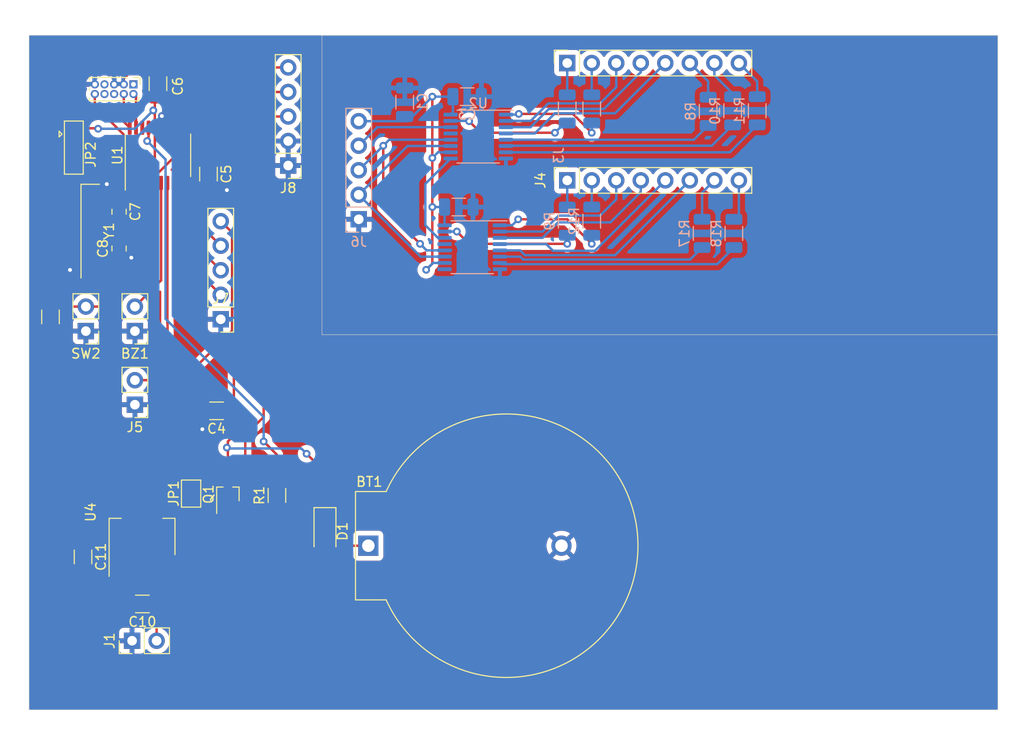
<source format=kicad_pcb>
(kicad_pcb (version 20221018) (generator pcbnew)
  (layers (0 "F.Cu" signal) (31 "B.Cu" signal) (34 "B.Paste" user) (35 "F.Paste" user) (36 "B.SilkS" user "B.Silkscreen") (37 "F.SilkS" user "F.Silkscreen") (38 "B.Mask" user) (39 "F.Mask" user) (44 "Edge.Cuts" user))
  (net 0 "")
  (net 1 "Alarm")
  (net 2 "GND")
  (net 3 "+5V")
  (net 4 "+BATT")
  (net 5 "OSC_IN")
  (net 6 "NRST")
  (net 7 "+3.3V")
  (net 8 "Net-(BT1-+)")
  (net 9 "+3V3")
  (net 10 "SWDIO")
  (net 11 "SWCLK")
  (net 15 "Net-(J3-Pin_1)")
  (net 16 "Net-(J3-Pin_2)")
  (net 17 "Net-(J3-Pin_3)")
  (net 18 "Net-(J3-Pin_4)")
  (net 19 "Net-(J3-Pin_5)")
  (net 20 "Net-(J3-Pin_6)")
  (net 21 "Net-(J3-Pin_7)")
  (net 22 "Net-(J3-Pin_8)")
  (net 23 "Net-(J4-Pin_1)")
  (net 24 "Net-(J4-Pin_2)")
  (net 25 "Net-(J4-Pin_3)")
  (net 26 "Net-(J4-Pin_4)")
  (net 27 "Net-(J4-Pin_5)")
  (net 28 "Net-(J4-Pin_6)")
  (net 29 "Net-(J4-Pin_7)")
  (net 30 "Net-(J4-Pin_8)")
  (net 31 "BOOT0")
  (net 32 "Net-(Q1-G)")
  (net 33 "Vbat_enable")
  (net 34 "OSC_OUT")
  (net 35 "Net-(U2-QA)")
  (net 36 "Net-(U2-QB)")
  (net 37 "Net-(U2-QF)")
  (net 38 "Net-(U3-QA)")
  (net 39 "Net-(U2-QG)")
  (net 40 "Net-(U2-QH)")
  (net 41 "Net-(U3-QB)")
  (net 42 "Net-(U3-QG)")
  (net 43 "Net-(U3-QH)")
  (net 44 "Mute_button")
  (net 45 "SHIFT_IN")
  (net 46 "SRCLK")
  (net 47 "RCLK")
  (net 49 "Rotary_A")
  (net 50 "Rotary_B")
  (net 51 "Switch_Encoder")
  (net 52 "SR_OVERFLOW")
  (net 53 "SRCLK_DIS")
  (net 54 "RCLK_DIS")
  (net 55 "SHIFT_IN_DIS")
  (footprint "Capacitor_SMD:C_1206_3216Metric" (layer "F.Cu") (at 76.2 94.23 -90)
    (fp_text reference "C5")
    (fp_text value "100nF" hide)
  )
  (footprint "Battery:BatteryHolder_ComfortableElectronic_CH273-2450_1x2450" (layer "F.Cu") (at 92.755914 132.715)
    (fp_text reference "BT1")
    (fp_text value "2450 coin")
  )
  (footprint "Connector_PinSocket_2.54mm:PinSocket_1x08_P2.54mm_Vertical" (layer "F.Cu") (at 113.35 94.88 90)
    (fp_text reference "J4")
    (fp_text value "SocketBottem")
  )
  (footprint "Capacitor_SMD:C_1206_3216Metric" (layer "F.Cu") (at 63.21 133.87 -90)
    (fp_text reference "C11")
    (fp_text value "1uF" hide)
  )
  (footprint "Connector_PinHeader_2.54mm:PinHeader_1x02_P2.54mm_Vertical" (layer "F.Cu") (at 68.58 110.49 180)
    (fp_text reference "BZ1")
    (fp_text value "Buzzer")
  )
  (footprint "Connector_PinHeader_2.54mm:PinHeader_1x05_P2.54mm_Vertical" (layer "F.Cu") (at 77.47 109.265 180)
    (fp_text reference "J7")
    (fp_text value "Conn_01x05" hide)
  )
  (footprint "Connector_PinHeader_1.00mm:PinHeader_2x05_P1.00mm_Vertical" (layer "F.Cu") (at 68.43 84.935 -90)
    (fp_text reference "J2" hide)
    (fp_text value "SWD")
  )
  (footprint "Connector_PinHeader_2.54mm:PinHeader_1x05_P2.54mm_Vertical" (layer "F.Cu") (at 84.455 93.345 180)
    (fp_text reference "J8")
    (fp_text value "RotaryEncoder")
  )
  (footprint "Jumper:SolderJumper-2_P1.3mm_Open_TrianglePad1.0x1.5mm" (layer "F.Cu") (at 74.4 127.315 90)
    (fp_text reference "JP1")
    (fp_text value "SolderJumper_2_Open" hide)
  )
  (footprint "Crystal:Crystal_SMD_SeikoEpson_MC146-4Pin_6.7x1.5mm_HandSoldering" (layer "F.Cu") (at 63.95 100.135 -90)
    (fp_text reference "Y1")
    (fp_text value "24MHz")
  )
  (footprint "Connector_PinSocket_2.54mm:PinSocket_1x08_P2.54mm_Vertical" (layer "F.Cu") (at 113.35 82.73 90)
    (fp_text reference "J3")
    (fp_text value "SocketTop")
  )
  (footprint "Package_TO_SOT_SMD:SOT-323_SC-70_Handsoldering" (layer "F.Cu") (at 78.21 127.375 90)
    (fp_text reference "Q1")
    (fp_text value "Backpower" hide)
  )
  (footprint "Connector_PinHeader_2.54mm:PinHeader_1x02_P2.54mm_Vertical" (layer "F.Cu") (at 68.29 142.555 90)
    (fp_text reference "J1")
    (fp_text value "Conn_01x02")
  )
  (footprint "Jumper:SolderJumper-3_P2.0mm_Open_TrianglePad1.0x1.5mm" (layer "F.Cu") (at 62.23 91.485 -90)
    (fp_text reference "JP2")
    (fp_text value "SolderJumper_BOOT0" hide)
  )
  (footprint "Capacitor_SMD:C_1206_3216Metric" (layer "F.Cu") (at 70.97 84.87 90)
    (fp_text reference "C6")
    (fp_text value "100nF")
  )
  (footprint "Package_TO_SOT_SMD:SOT-223-3_TabPin2" (layer "F.Cu") (at 69.32 131.785 90)
    (fp_text reference "U4")
    (fp_text value "AP2111H-3.3" hide)
  )
  (footprint "Capacitor_SMD:C_0805_2012Metric" (layer "F.Cu") (at 66.94 98.125 -90)
    (fp_text reference "C7")
    (fp_text value "12pF")
  )
  (footprint "Capacitor_SMD:C_1206_3216Metric" (layer "F.Cu") (at 77.04 118.745 180)
    (fp_text reference "C4")
    (fp_text value "4.7uF" hide)
  )
  (footprint "Connector_PinHeader_2.54mm:PinHeader_1x02_P2.54mm_Vertical" (layer "F.Cu") (at 68.58 118.11 180)
    (fp_text reference "J5")
    (fp_text value "Conn_01x02" hide)
  )
  (footprint "Capacitor_SMD:C_0805_2012Metric" (layer "F.Cu") (at 66.94 101.935 90)
    (fp_text reference "C8")
    (fp_text value "12pF")
  )
  (footprint "Capacitor_SMD:C_1206_3216Metric" (layer "F.Cu") (at 59.84 109.015 -90)
    (fp_text reference "C9" hide)
    (fp_text value "0.1uF")
  )
  (footprint "Resistor_SMD:R_1206_3216Metric" (layer "F.Cu") (at 83.29 127.5075 90)
    (fp_text reference "R1")
    (fp_text value "R_Small")
  )
  (footprint "Capacitor_SMD:C_1206_3216Metric" (layer "F.Cu") (at 69.355 138.745 180)
    (fp_text reference "C10")
    (fp_text value "1uF" hide)
  )
  (footprint "Diode_SMD:D_1206_3216Metric_Pad1.42x1.75mm_HandSolder" (layer "F.Cu") (at 88.265 131.2275 -90)
    (fp_text reference "D1")
    (fp_text value "D_Schottky_Small" hide)
  )
  (footprint "Connector_PinHeader_2.54mm:PinHeader_1x02_P2.54mm_Vertical" (layer "F.Cu") (at 63.5 110.49 180)
    (fp_text reference "SW2")
    (fp_text value "Reset")
  )
  (footprint "Package_SO:TSSOP-20_4.4x6.5mm_P0.65mm" (layer "F.Cu") (at 70.97 92.285 90)
    (fp_text reference "U1")
    (fp_text value "STM32L031F6P6")
  )
  (footprint "Resistor_SMD:R_1206_3216Metric" (layer "B.Cu") (at 130.485 87.6725 -90)
    (fp_text reference "R10")
    (fp_text value "R_Small")
  )
  (footprint "Capacitor_SMD:C_1206_3216Metric" (layer "B.Cu") (at 102.985 86.21)
    (fp_text reference "C3")
    (fp_text value "100nF")
  )
  (footprint "Package_SO:TSSOP-16_4.4x5mm_P0.65mm" (layer "B.Cu") (at 104.1375 90.345 180)
    (fp_text reference "U2")
    (fp_text value "74HCT595")
  )
  (footprint "Resistor_SMD:R_1206_3216Metric" (layer "B.Cu") (at 115.89 87.48 -90)
    (fp_text reference "R4" hide)
    (fp_text value "R_Small")
  )
  (footprint "Resistor_SMD:R_1206_3216Metric" (layer "B.Cu") (at 130.61 100.3725 -90)
    (fp_text reference "R18")
    (fp_text value "R_Small")
  )
  (footprint "Resistor_SMD:R_1206_3216Metric" (layer "B.Cu") (at 115.89 99.1025 -90)
    (fp_text reference "R12")
    (fp_text value "R_Small")
  )
  (footprint "Capacitor_SMD:C_1206_3216Metric" (layer "B.Cu") (at 96.52 86.79 90)
    (fp_text reference "C1")
    (fp_text value "4.7uF")
  )
  (footprint "Resistor_SMD:R_1206_3216Metric" (layer "B.Cu") (at 127.32 100.3725 -90)
    (fp_text reference "R17")
    (fp_text value "R_Small")
  )
  (footprint "Package_SO:TSSOP-16_4.4x5mm_P0.65mm" (layer "B.Cu") (at 103.5125 101.805 180)
    (fp_text reference "U3" hide)
    (fp_text value "74HCT595")
  )
  (footprint "Resistor_SMD:R_1206_3216Metric" (layer "B.Cu") (at 113.35 99.1025 -90)
    (fp_text reference "R9")
    (fp_text value "R_Small")
  )
  (footprint "Resistor_SMD:R_1206_3216Metric" (layer "B.Cu") (at 127.945 87.7325 -90)
    (fp_text reference "R8")
    (fp_text value "R_Small")
  )
  (footprint "Connector_PinHeader_2.54mm:PinHeader_1x05_P2.54mm_Vertical" (layer "B.Cu") (at 91.76 98.91)
    (fp_text reference "J6")
    (fp_text value "Conn_01x05")
  )
  (footprint "Capacitor_SMD:C_1206_3216Metric" (layer "B.Cu") (at 102.125 97.64)
    (fp_text reference "C2" hide)
    (fp_text value "100nF")
  )
  (footprint "Resistor_SMD:R_1206_3216Metric" (layer "B.Cu") (at 113.35 87.48 -90)
    (fp_text reference "R3" hide)
    (fp_text value "R_Small")
  )
  (footprint "Resistor_SMD:R_1206_3216Metric" (layer "B.Cu") (at 133.025 87.6725 -90)
    (fp_text reference "R11")
    (fp_text value "R_Small")
  )
  (gr_rect (start 57.62 79.86) (end 157.95 149.71) (stroke (width 0.05)) (fill none) (layer "Edge.Cuts"))
  (gr_rect (start 87.95 79.86) (end 157.95 110.86) (stroke (width 0.05)) (fill none) (layer "Edge.Cuts"))
  (segment (start 71.295 105.235) (end 68.58 107.95) (width 0.25) (layer "F.Cu") (net 1))
  (segment (start 71.295 95.1475) (end 71.295 105.235) (width 0.25) (layer "F.Cu") (net 1))
  (segment (start 71.295 89.4225) (end 71.17 89.2975) (width 0.25) (layer "F.Cu") (net 2))
  (segment (start 63.21 135.14) (end 63.415 134.935) (width 0.25) (layer "F.Cu") (net 2))
  (segment (start 71.17 89.2975) (end 71.17 88.608959) (width 0.25) (layer "F.Cu") (net 2))
  (segment (start 62.23 93.485) (end 63.89 93.485) (width 0.25) (layer "F.Cu") (net 2))
  (segment (start 67.8 102.885) (end 66.94 102.885) (width 0.25) (layer "F.Cu") (net 2))
  (segment (start 71.17 88.608959) (end 71.17 88.418394) (width 0.25) (layer "F.Cu") (net 2))
  (segment (start 63.5 103.735) (end 62.28 103.735) (width 0.25) (layer "F.Cu") (net 2))
  (segment (start 66.94 96.535) (end 65.67 95.265) (width 0.25) (layer "F.Cu") (net 2))
  (segment (start 68.36896 83.395) (end 67.43 84.33396) (width 0.25) (layer "F.Cu") (net 2))
  (segment (start 67.88 138.745) (end 68.29 139.155) (width 0.25) (layer "F.Cu") (net 2))
  (segment (start 71.17 88.418394) (end 71.3695 88.218894) (width 0.25) (layer "F.Cu") (net 2))
  (segment (start 64.4 96.535) (end 65.67 95.265) (width 0.25) (layer "F.Cu") (net 2))
  (segment (start 77.925 95.705) (end 78.105 95.885) (width 0.25) (layer "F.Cu") (net 2))
  (segment (start 66.94 97.175) (end 66.94 96.535) (width 0.25) (layer "F.Cu") (net 2))
  (segment (start 67.43 84.33396) (end 67.43 84.935) (width 0.25) (layer "F.Cu") (net 2))
  (segment (start 59.84 110.49) (end 63.5 110.49) (width 0.25) (layer "F.Cu") (net 2))
  (segment (start 62.28 103.735) (end 61.86 104.155) (width 0.25) (layer "F.Cu") (net 2))
  (segment (start 76.2 95.705) (end 77.925 95.705) (width 0.25) (layer "F.Cu") (net 2))
  (segment (start 63.89 93.485) (end 65.67 95.265) (width 0.25) (layer "F.Cu") (net 2))
  (segment (start 75.565 118.745) (end 75.565 120.65) (width 0.25) (layer "F.Cu") (net 2))
  (segment (start 70.97 83.395) (end 68.36896 83.395) (width 0.25) (layer "F.Cu") (net 2))
  (via (at 65.67 95.265) (size 0.8) (drill 0.4) (layers "F.Cu" "B.Cu") (net 2))
  (via (at 78.105 95.885) (size 0.8) (drill 0.4) (layers "F.Cu" "B.Cu") (net 2))
  (via (at 68.21 102.885) (size 0.8) (drill 0.4) (layers "F.Cu" "B.Cu") (net 2))
  (via (at 71.3695 88.218894) (size 0.8) (drill 0.4) (layers "F.Cu" "B.Cu") (net 2))
  (via (at 75.565 120.65) (size 0.8) (drill 0.4) (layers "F.Cu" "B.Cu") (net 2))
  (via (at 61.86 104.155) (size 0.8) (drill 0.4) (layers "F.Cu" "B.Cu") (net 2))
  (segment (start 74.295 119.38) (end 66.04 127.635) (width 0.25) (layer "F.Cu") (net 3))
  (segment (start 77.47 99.105) (end 78.645 100.28) (width 0.25) (layer "F.Cu") (net 3))
  (segment (start 71.62 137.955) (end 71.62 134.935) (width 0.25) (layer "F.Cu") (net 3))
  (segment (start 99.38 103.505) (end 98.745 104.14) (width 0.25) (layer "F.Cu") (net 3))
  (segment (start 66.04 128.905) (end 71.62 134.485) (width 0.25) (layer "F.Cu") (net 3))
  (segment (start 99.38 97.64) (end 99.38 86.21) (width 0.25) (layer "F.Cu") (net 3))
  (segment (start 74.295 114.79) (end 74.295 119.38) (width 0.25) (layer "F.Cu") (net 3))
  (segment (start 70.83 142.555) (end 70.83 138.745) (width 0.25) (layer "F.Cu") (net 3))
  (segment (start 70.83 138.745) (end 71.62 137.955) (width 0.25) (layer "F.Cu") (net 3))
  (segment (start 78.645 110.44) (end 74.295 114.79) (width 0.25) (layer "F.Cu") (net 3))
  (segment (start 99.38 97.64) (end 99.38 103.505) (width 0.25) (layer "F.Cu") (net 3))
  (segment (start 78.645 100.28) (end 78.645 110.44) (width 0.25) (layer "F.Cu") (net 3))
  (segment (start 66.04 127.635) (end 66.04 128.905) (width 0.25) (layer "F.Cu") (net 3))
  (segment (start 71.62 134.485) (end 71.62 134.935) (width 0.25) (layer "F.Cu") (net 3))
  (via (at 98.745 104.14) (size 0.8) (drill 0.4) (layers "F.Cu" "B.Cu") (net 3))
  (via (at 99.38 97.64) (size 0.8) (drill 0.4) (layers "F.Cu" "B.Cu") (net 3))
  (via (at 99.38 92.56) (size 0.8) (drill 0.4) (layers "F.Cu" "B.Cu") (net 3))
  (via (at 99.38 86.21) (size 0.8) (drill 0.4) (layers "F.Cu" "B.Cu") (net 3))
  (segment (start 101.51 86.21) (end 101.51 87.835) (width 0.25) (layer "B.Cu") (net 3))
  (segment (start 100.65 103.43) (end 99.455 103.43) (width 0.25) (layer "B.Cu") (net 3))
  (segment (start 99.38 86.21) (end 101.51 86.21) (width 0.25) (layer "B.Cu") (net 3))
  (segment (start 96.84 88.75) (end 91.76 88.75) (width 0.25) (layer "B.Cu") (net 3))
  (segment (start 99.38 97.64) (end 100.65 97.64) (width 0.25) (layer "B.Cu") (net 3))
  (segment (start 101.275 91.97) (end 99.97 91.97) (width 0.25) (layer "B.Cu") (net 3))
  (segment (start 99.97 91.97) (end 99.38 92.56) (width 0.25) (layer "B.Cu") (net 3))
  (segment (start 101.51 87.835) (end 101.275 88.07) (width 0.25) (layer "B.Cu") (net 3))
  (segment (start 100.65 99.53) (end 100.65 97.64) (width 0.25) (layer "B.Cu") (net 3))
  (segment (start 99.38 86.21) (end 96.84 88.75) (width 0.25) (layer "B.Cu") (net 3))
  (segment (start 99.455 103.43) (end 98.745 104.14) (width 0.25) (layer "B.Cu") (net 3))
  (segment (start 75.73 92.285) (end 72.818959 92.285) (width 0.25) (layer "F.Cu") (net 4))
  (segment (start 74.945 126.045) (end 78.21 126.045) (width 0.25) (layer "F.Cu") (net 4))
  (segment (start 81.28 93.98) (end 80.01 92.71) (width 0.25) (layer "F.Cu") (net 4))
  (segment (start 62.23 89.485) (end 64.72 89.485) (width 0.25) (layer "F.Cu") (net 4))
  (segment (start 70.645 95.1475) (end 70.645 94.458959) (width 0.25) (layer "F.Cu") (net 4))
  (segment (start 64.72 89.485) (end 64.77 89.535) (width 0.25) (layer "F.Cu") (net 4))
  (segment (start 76.2 92.755) (end 75.73 92.285) (width 0.25) (layer "F.Cu") (net 4))
  (segment (start 78.21 121.92) (end 78.83 121.3) (width 0.25) (layer "F.Cu") (net 4))
  (segment (start 81.28 110.49) (end 81.28 93.98) (width 0.25) (layer "F.Cu") (net 4))
  (segment (start 78.83 112.94) (end 81.28 110.49) (width 0.25) (layer "F.Cu") (net 4))
  (segment (start 74.4 126.59) (end 74.945 126.045) (width 0.25) (layer "F.Cu") (net 4))
  (segment (start 70.645 86.26) (end 70.645 89.4225) (width 0.25) (layer "F.Cu") (net 4))
  (segment (start 76.245 92.71) (end 76.2 92.755) (width 0.25) (layer "F.Cu") (net 4))
  (segment (start 70.645 94.458959) (end 72.818959 92.285) (width 0.25) (layer "F.Cu") (net 4))
  (segment (start 80.01 92.71) (end 76.245 92.71) (width 0.25) (layer "F.Cu") (net 4))
  (segment (start 78.83 121.3) (end 78.83 112.94) (width 0.25) (layer "F.Cu") (net 4))
  (segment (start 70.97 85.935) (end 70.645 86.26) (width 0.25) (layer "F.Cu") (net 4))
  (segment (start 78.21 121.92) (end 78.21 126.045) (width 0.25) (layer "F.Cu") (net 4))
  (segment (start 88.265 125.095) (end 86.36 123.19) (width 0.25) (layer "F.Cu") (net 4))
  (segment (start 88.265 129.74) (end 88.265 125.095) (width 0.25) (layer "F.Cu") (net 4))
  (segment (start 70.56 89.3375) (end 70.645 89.4225) (width 0.25) (layer "F.Cu") (net 4))
  (segment (start 70.645 89.4225) (end 70.645 95.1475) (width 0.25) (layer "F.Cu") (net 4))
  (via (at 78.105 122.555) (size 0.8) (drill 0.4) (layers "F.Cu" "B.Cu") (net 4))
  (via (at 64.77 89.535) (size 0.8) (drill 0.4) (layers "F.Cu" "B.Cu") (net 4))
  (via (at 70.485 87.63) (size 0.8) (drill 0.4) (layers "F.Cu" "B.Cu") (net 4))
  (via (at 86.36 123.19) (size 0.8) (drill 0.4) (layers "F.Cu" "B.Cu") (net 4))
  (segment (start 86.36 123.19) (end 85.815 122.645) (width 0.25) (layer "B.Cu") (net 4))
  (segment (start 85.815 122.645) (end 78.195 122.645) (width 0.25) (layer "B.Cu") (net 4))
  (segment (start 64.77 89.535) (end 68.58 89.535) (width 0.25) (layer "B.Cu") (net 4))
  (segment (start 78.195 122.645) (end 78.105 122.555) (width 0.25) (layer "B.Cu") (net 4))
  (segment (start 68.58 89.535) (end 70.485 87.63) (width 0.25) (layer "B.Cu") (net 4))
  (segment (start 66.94 99.075) (end 64.8 99.075) (width 0.25) (layer "F.Cu") (net 5))
  (segment (start 66.94 99.075) (end 68.695 97.32) (width 0.25) (layer "F.Cu") (net 5))
  (segment (start 68.695 97.32) (end 68.695 95.1475) (width 0.25) (layer "F.Cu") (net 5))
  (segment (start 63.5 97.775) (end 63.5 96.535) (width 0.25) (layer "F.Cu") (net 5))
  (segment (start 64.8 99.075) (end 63.5 97.775) (width 0.25) (layer "F.Cu") (net 5))
  (segment (start 69.215 104.14) (end 67.945 104.14) (width 0.25) (layer "F.Cu") (net 6))
  (segment (start 69.87 95.2725) (end 69.995 95.1475) (width 0.25) (layer "F.Cu") (net 6))
  (segment (start 65.405 107.95) (end 63.5 107.95) (width 0.25) (layer "F.Cu") (net 6))
  (segment (start 64.43 87.146041) (end 64.43 85.935) (width 0.25) (layer "F.Cu") (net 6))
  (segment (start 66.04 107.315) (end 65.405 107.95) (width 0.25) (layer "F.Cu") (net 6))
  (segment (start 69.995 92.711041) (end 64.43 87.146041) (width 0.25) (layer "F.Cu") (net 6))
  (segment (start 63.5 107.95) (end 60.25 107.95) (width 0.25) (layer "F.Cu") (net 6))
  (segment (start 67.945 104.14) (end 66.04 106.045) (width 0.25) (layer "F.Cu") (net 6))
  (segment (start 69.995 103.36) (end 69.215 104.14) (width 0.25) (layer "F.Cu") (net 6))
  (segment (start 66.04 106.045) (end 66.04 107.315) (width 0.25) (layer "F.Cu") (net 6))
  (segment (start 69.995 95.1475) (end 69.995 92.711041) (width 0.25) (layer "F.Cu") (net 6))
  (segment (start 60.25 107.95) (end 59.84 107.54) (width 0.25) (layer "F.Cu") (net 6))
  (segment (start 69.995 95.1475) (end 69.995 103.36) (width 0.25) (layer "F.Cu") (net 6))
  (segment (start 72.318959 90.485) (end 78.421396 90.485) (width 0.25) (layer "F.Cu") (net 7))
  (segment (start 69.32 128.635) (end 77.49 128.635) (width 0.25) (layer "F.Cu") (net 7))
  (segment (start 66.78 132.395) (end 69.32 134.935) (width 0.25) (layer "F.Cu") (net 7))
  (segment (start 77.49 128.635) (end 77.56 128.705) (width 0.25) (layer "F.Cu") (net 7))
  (segment (start 81.915 119.38) (end 80.01 121.285) (width 0.25) (layer "F.Cu") (net 7))
  (segment (start 77.56 128.18) (end 80.01 125.73) (width 0.25) (layer "F.Cu") (net 7))
  (segment (start 81.915 93.978604) (end 81.915 119.38) (width 0.25) (layer "F.Cu") (net 7))
  (segment (start 63.21 132.395) (end 66.78 132.395) (width 0.25) (layer "F.Cu") (net 7))
  (segment (start 78.421396 90.485) (end 81.915 93.978604) (width 0.25) (layer "F.Cu") (net 7))
  (segment (start 77.56 128.705) (end 77.56 128.18) (width 0.25) (layer "F.Cu") (net 7))
  (segment (start 71.945 90.111041) (end 71.945 89.4225) (width 0.25) (layer "F.Cu") (net 7))
  (segment (start 80.01 121.285) (end 80.01 125.73) (width 0.25) (layer "F.Cu") (net 7))
  (segment (start 72.318959 90.485) (end 71.945 90.111041) (width 0.25) (layer "F.Cu") (net 7))
  (segment (start 88.265 132.715) (end 92.755914 132.715) (width 0.25) (layer "F.Cu") (net 8))
  (segment (start 68.695 86.2) (end 68.43 85.935) (width 0.25) (layer "F.Cu") (net 10))
  (segment (start 68.695 89.4225) (end 68.695 86.2) (width 0.25) (layer "F.Cu") (net 10))
  (segment (start 67.43 88.8075) (end 67.43 85.935) (width 0.25) (layer "F.Cu") (net 11))
  (segment (start 68.045 89.4225) (end 67.43 88.8075) (width 0.25) (layer "F.Cu") (net 11))
  (segment (start 113.35 82.73) (end 113.35 86.0175) (width 0.25) (layer "B.Cu") (net 15))
  (segment (start 115.89 82.73) (end 115.89 86.0175) (width 0.25) (layer "B.Cu") (net 16))
  (segment (start 111.385 86.905) (end 116.753173 86.905) (width 0.25) (layer "B.Cu") (net 17))
  (segment (start 116.753173 86.905) (end 118.43 85.228173) (width 0.25) (layer "B.Cu") (net 17))
  (segment (start 109.57 88.72) (end 111.385 86.905) (width 0.25) (layer "B.Cu") (net 17))
  (segment (start 107 88.72) (end 109.57 88.72) (width 0.25) (layer "B.Cu") (net 17))
  (segment (start 118.43 85.228173) (end 118.43 82.73) (width 0.25) (layer "B.Cu") (net 17))
  (segment (start 120.97 83.67) (end 120.97 82.73) (width 0.25) (layer "B.Cu") (net 18))
  (segment (start 109.556396 89.37) (end 111.446396 87.48) (width 0.25) (layer "B.Cu") (net 18))
  (segment (start 107 89.37) (end 109.556396 89.37) (width 0.25) (layer "B.Cu") (net 18))
  (segment (start 111.446396 87.48) (end 117.16 87.48) (width 0.25) (layer "B.Cu") (net 18))
  (segment (start 117.16 87.48) (end 120.97 83.67) (width 0.25) (layer "B.Cu") (net 18))
  (segment (start 109.99 90.02) (end 112.08 87.93) (width 0.25) (layer "B.Cu") (net 19))
  (segment (start 112.08 87.93) (end 117.98 87.93) (width 0.25) (layer "B.Cu") (net 19))
  (segment (start 107 90.02) (end 109.54 90.02) (width 0.25) (layer "B.Cu") (net 19))
  (segment (start 118.31 87.93) (end 117.98 87.93) (width 0.25) (layer "B.Cu") (net 19))
  (segment (start 109.54 90.02) (end 109.99 90.02) (width 0.25) (layer "B.Cu") (net 19))
  (segment (start 123.51 82.73) (end 118.31 87.93) (width 0.25) (layer "B.Cu") (net 19))
  (segment (start 127.945 86.27) (end 127.945 84.625) (width 0.25) (layer "B.Cu") (net 20))
  (segment (start 127.945 84.625) (end 126.05 82.73) (width 0.25) (layer "B.Cu") (net 20))
  (segment (start 128.59 83.99) (end 130.485 85.885) (width 0.25) (layer "B.Cu") (net 21))
  (segment (start 128.59 82.73) (end 128.59 83.99) (width 0.25) (layer "B.Cu") (net 21))
  (segment (start 133.025 84.625) (end 133.025 86.21) (width 0.25) (layer "B.Cu") (net 22))
  (segment (start 131.13 82.73) (end 133.025 84.625) (width 0.25) (layer "B.Cu") (net 22))
  (segment (start 113.35 94.88) (end 113.35 97.64) (width 0.25) (layer "B.Cu") (net 23))
  (segment (start 115.89 94.88) (end 115.89 97.64) (width 0.25) (layer "B.Cu") (net 24))
  (segment (start 106.375 100.18) (end 110.81 100.18) (width 0.25) (layer "B.Cu") (net 25))
  (segment (start 116.753173 98.5275) (end 118.43 96.850673) (width 0.25) (layer "B.Cu") (net 25))
  (segment (start 118.43 96.850673) (end 118.43 94.88) (width 0.25) (layer "B.Cu") (net 25))
  (segment (start 112.4625 98.5275) (end 116.753173 98.5275) (width 0.25) (layer "B.Cu") (net 25))
  (segment (start 110.81 100.18) (end 112.4625 98.5275) (width 0.25) (layer "B.Cu") (net 25))
  (segment (start 117.823883 99.228198) (end 112.398198 99.228198) (width 0.25) (layer "B.Cu") (net 26))
  (segment (start 120.97 96.082081) (end 117.823883 99.228198) (width 0.25) (layer "B.Cu") (net 26))
  (segment (start 112.398198 99.228198) (end 110.796396 100.83) (width 0.25) (layer "B.Cu") (net 26))
  (segment (start 120.97 94.88) (end 120.97 96.082081) (width 0.25) (layer "B.Cu") (net 26))
  (segment (start 110.796396 100.83) (end 106.375 100.83) (width 0.25) (layer "B.Cu") (net 26))
  (segment (start 111.182792 101.48) (end 111.877792 102.175) (width 0.25) (layer "B.Cu") (net 27))
  (segment (start 106.375 101.48) (end 111.182792 101.48) (width 0.25) (layer "B.Cu") (net 27))
  (segment (start 111.877792 102.175) (end 116.215 102.175) (width 0.25) (layer "B.Cu") (net 27))
  (segment (start 116.215 102.175) (end 123.51 94.88) (width 0.25) (layer "B.Cu") (net 27))
  (segment (start 108.965 102.625) (end 108.47 102.13) (width 0.25) (layer "B.Cu") (net 28))
  (segment (start 118.305 102.625) (end 108.965 102.625) (width 0.25) (layer "B.Cu") (net 28))
  (segment (start 108.47 102.13) (end 106.375 102.13) (width 0.25) (layer "B.Cu") (net 28))
  (segment (start 126.05 94.88) (end 118.305 102.625) (width 0.25) (layer "B.Cu") (net 28))
  (segment (start 127.32 98.91) (end 127.32 96.15) (width 0.25) (layer "B.Cu") (net 29))
  (segment (start 127.32 96.15) (end 128.59 94.88) (width 0.25) (layer "B.Cu") (net 29))
  (segment (start 131.13 98.39) (end 131.13 94.88) (width 0.25) (layer "B.Cu") (net 30))
  (segment (start 130.61 98.91) (end 131.13 98.39) (width 0.25) (layer "B.Cu") (net 30))
  (segment (start 62.23 91.485) (end 64.815 91.485) (width 0.25) (layer "F.Cu") (net 31))
  (segment (start 68.045 95.21) (end 68.045 95.1475) (width 0.25) (layer "F.Cu") (net 31))
  (segment (start 64.815 91.485) (end 67.945 94.615) (width 0.25) (layer "F.Cu") (net 31))
  (segment (start 83.025 128.705) (end 78.86 128.705) (width 0.25) (layer "F.Cu") (net 32))
  (segment (start 83.29 128.97) (end 83.025 128.705) (width 0.25) (layer "F.Cu") (net 32))
  (segment (start 83.29 123.295) (end 81.915 121.92) (width 0.25) (layer "F.Cu") (net 33))
  (segment (start 69.85 90.805) (end 69.995 90.66) (width 0.25) (layer "F.Cu") (net 33))
  (segment (start 69.995 90.66) (end 69.995 89.4225) (width 0.25) (layer "F.Cu") (net 33))
  (segment (start 83.29 126.045) (end 83.29 123.295) (width 0.25) (layer "F.Cu") (net 33))
  (via (at 69.85 90.805) (size 0.8) (drill 0.4) (layers "F.Cu" "B.Cu") (net 33))
  (via (at 81.915 121.92) (size 0.8) (drill 0.4) (layers "F.Cu" "B.Cu") (net 33))
  (segment (start 81.915 121.92) (end 81.915 119.38) (width 0.25) (layer "B.Cu") (net 33))
  (segment (start 71.755 109.22) (end 71.755 92.71) (width 0.25) (layer "B.Cu") (net 33))
  (segment (start 81.915 119.38) (end 71.755 109.22) (width 0.25) (layer "B.Cu") (net 33))
  (segment (start 71.755 92.71) (end 69.85 90.805) (width 0.25) (layer "B.Cu") (net 33))
  (segment (start 69.345 98.58) (end 66.94 100.985) (width 0.25) (layer "F.Cu") (net 34))
  (segment (start 66.7 100.985) (end 64.4 103.285) (width 0.25) (layer "F.Cu") (net 34))
  (segment (start 64.4 103.285) (end 64.4 103.735) (width 0.25) (layer "F.Cu") (net 34))
  (segment (start 69.345 95.1475) (end 69.345 98.58) (width 0.25) (layer "F.Cu") (net 34))
  (segment (start 66.94 100.985) (end 66.7 100.985) (width 0.25) (layer "F.Cu") (net 34))
  (segment (start 112.08 89.9455) (end 104.3855 89.9455) (width 0.25) (layer "F.Cu") (net 35))
  (segment (start 104.3855 89.9455) (end 103.19 88.75) (width 0.25) (layer "F.Cu") (net 35))
  (via (at 112.08 89.9455) (size 0.8) (drill 0.4) (layers "F.Cu" "B.Cu") (net 35))
  (via (at 103.19 88.75) (size 0.8) (drill 0.4) (layers "F.Cu" "B.Cu") (net 35))
  (segment (start 113.35 88.9425) (end 113.083 88.9425) (width 0.25) (layer "B.Cu") (net 35))
  (segment (start 113.083 88.9425) (end 112.08 89.9455) (width 0.25) (layer "B.Cu") (net 35))
  (segment (start 103.16 88.72) (end 103.19 88.75) (width 0.25) (layer "B.Cu") (net 35))
  (segment (start 101.275 88.72) (end 103.16 88.72) (width 0.25) (layer "B.Cu") (net 35))
  (segment (start 113.94 87.9955) (end 115.89 89.9455) (width 0.25) (layer "F.Cu") (net 36))
  (segment (start 108.337 87.9955) (end 113.94 87.9955) (width 0.25) (layer "F.Cu") (net 36))
  (via (at 108.337 87.9955) (size 0.8) (drill 0.4) (layers "F.Cu" "B.Cu") (net 36))
  (via (at 115.89 89.9455) (size 0.8) (drill 0.4) (layers "F.Cu" "B.Cu") (net 36))
  (segment (start 108.2625 88.07) (end 108.337 87.9955) (width 0.25) (layer "B.Cu") (net 36))
  (segment (start 107 88.07) (end 108.2625 88.07) (width 0.25) (layer "B.Cu") (net 36))
  (segment (start 115.89 89.9455) (end 115.89 88.9425) (width 0.25) (layer "B.Cu") (net 36))
  (segment (start 126.47 90.67) (end 107 90.67) (width 0.25) (layer "B.Cu") (net 37))
  (segment (start 127.945 89.195) (end 126.47 90.67) (width 0.25) (layer "B.Cu") (net 37))
  (segment (start 103.19 101.45) (end 101.92 100.18) (width 0.25) (layer "F.Cu") (net 38))
  (segment (start 113.35 101.45) (end 103.19 101.45) (width 0.25) (layer "F.Cu") (net 38))
  (via (at 101.92 100.18) (size 0.8) (drill 0.4) (layers "F.Cu" "B.Cu") (net 38))
  (via (at 113.35 101.45) (size 0.8) (drill 0.4) (layers "F.Cu" "B.Cu") (net 38))
  (segment (start 113.35 100.565) (end 113.35 101.45) (width 0.25) (layer "B.Cu") (net 38))
  (segment (start 101.92 100.18) (end 100.65 100.18) (width 0.25) (layer "B.Cu") (net 38))
  (segment (start 128.33 91.29) (end 107 91.29) (width 0.25) (layer "B.Cu") (net 39))
  (segment (start 130.485 89.135) (end 128.33 91.29) (width 0.25) (layer "B.Cu") (net 39))
  (segment (start 107 91.97) (end 130.19 91.97) (width 0.25) (layer "B.Cu") (net 40))
  (segment (start 130.19 91.97) (end 133.025 89.135) (width 0.25) (layer "B.Cu") (net 40))
  (segment (start 115.89 101.45) (end 113.35 98.91) (width 0.25) (layer "F.Cu") (net 41))
  (segment (start 113.35 98.91) (end 108.27 98.91) (width 0.25) (layer "F.Cu") (net 41))
  (via (at 115.89 101.45) (size 0.8) (drill 0.4) (layers "F.Cu" "B.Cu") (net 41))
  (via (at 108.27 98.91) (size 0.8) (drill 0.4) (layers "F.Cu" "B.Cu") (net 41))
  (segment (start 115.89 100.565) (end 115.89 101.45) (width 0.25) (layer "B.Cu") (net 41))
  (segment (start 106.375 99.53) (end 107.65 99.53) (width 0.25) (layer "B.Cu") (net 41))
  (segment (start 107.65 99.53) (end 108.27 98.91) (width 0.25) (layer "B.Cu") (net 41))
  (segment (start 108.483604 102.78) (end 108.778604 103.075) (width 0.25) (layer "B.Cu") (net 42))
  (segment (start 108.778604 103.075) (end 126.08 103.075) (width 0.25) (layer "B.Cu") (net 42))
  (segment (start 126.08 103.075) (end 127.32 101.835) (width 0.25) (layer "B.Cu") (net 42))
  (segment (start 106.375 102.78) (end 108.483604 102.78) (width 0.25) (layer "B.Cu") (net 42))
  (segment (start 128.89 103.555) (end 106.5 103.555) (width 0.25) (layer "B.Cu") (net 43))
  (segment (start 106.5 103.555) (end 106.375 103.43) (width 0.25) (layer "B.Cu") (net 43))
  (segment (start 130.61 101.835) (end 128.89 103.555) (width 0.25) (layer "B.Cu") (net 43))
  (segment (start 71.96125 109.64875) (end 71.96125 113.45875) (width 0.25) (layer "F.Cu") (net 44))
  (segment (start 71.96125 113.45875) (end 69.85 115.57) (width 0.25) (layer "F.Cu") (net 44))
  (segment (start 69.85 115.57) (end 68.58 115.57) (width 0.25) (layer "F.Cu") (net 44))
  (segment (start 71.945 109.6325) (end 71.96125 109.64875) (width 0.25) (layer "F.Cu") (net 44))
  (segment (start 71.945 109.6325) (end 71.945 95.1475) (width 0.25) (layer "F.Cu") (net 44))
  (segment (start 73.895 95.1475) (end 73.895 98.07) (width 0.25) (layer "F.Cu") (net 45))
  (segment (start 73.895 98.07) (end 77.47 101.645) (width 0.25) (layer "F.Cu") (net 45))
  (segment (start 72.595 101.85) (end 77.47 106.725) (width 0.25) (layer "F.Cu") (net 46))
  (segment (start 72.595 95.1475) (end 72.595 101.85) (width 0.25) (layer "F.Cu") (net 46))
  (segment (start 77.47 104.185) (end 73.245 99.96) (width 0.25) (layer "F.Cu") (net 47))
  (segment (start 73.245 99.96) (end 73.245 95.1475) (width 0.25) (layer "F.Cu") (net 47))
  (segment (start 72.595 87.425) (end 76.835 83.185) (width 0.25) (layer "F.Cu") (net 49))
  (segment (start 76.835 83.185) (end 84.455 83.185) (width 0.25) (layer "F.Cu") (net 49))
  (segment (start 72.595 89.4225) (end 72.595 87.425) (width 0.25) (layer "F.Cu") (net 49))
  (segment (start 73.895 89.4225) (end 73.7725 89.4225) (width 0.25) (layer "F.Cu") (net 50))
  (segment (start 84.455 88.265) (end 74.295 88.265) (width 0.25) (layer "F.Cu") (net 50))
  (segment (start 73.7725 89.4225) (end 73.77 89.425) (width 0.25) (layer "F.Cu") (net 50))
  (segment (start 74.295 88.265) (end 73.895 88.665) (width 0.25) (layer "F.Cu") (net 50))
  (segment (start 73.895 88.665) (end 73.895 89.4225) (width 0.25) (layer "F.Cu") (net 50))
  (segment (start 73.77 89.425) (end 73.77 89.535) (width 0.25) (layer "F.Cu") (net 50))
  (segment (start 73.12 89.2975) (end 73.12 88.9) (width 0.25) (layer "F.Cu") (net 51))
  (segment (start 73.245 88.045) (end 73.245 89.4225) (width 0.25) (layer "F.Cu") (net 51))
  (segment (start 84.455 85.725) (end 75.565 85.725) (width 0.25) (layer "F.Cu") (net 51))
  (segment (start 75.565 85.725) (end 73.245 88.045) (width 0.25) (layer "F.Cu") (net 51))
  (segment (start 98.655 99.523541) (end 98.655 95.24) (width 0.25) (layer "B.Cu") (net 52))
  (segment (start 100.65 100.83) (end 99.961459 100.83) (width 0.25) (layer "B.Cu") (net 52))
  (segment (start 98.655 95.24) (end 101.275 92.62) (width 0.25) (layer "B.Cu") (net 52))
  (segment (start 99.961459 100.83) (end 98.655 99.523541) (width 0.25) (layer "B.Cu") (net 52))
  (segment (start 98.17 102.78) (end 91.76 96.37) (width 0.25) (layer "B.Cu") (net 53))
  (segment (start 100.65 102.78) (end 98.17 102.78) (width 0.25) (layer "B.Cu") (net 53))
  (segment (start 96.81 91.32) (end 101.275 91.32) (width 0.25) (layer "B.Cu") (net 53))
  (segment (start 91.76 96.37) (end 96.81 91.32) (width 0.25) (layer "B.Cu") (net 53))
  (segment (start 94.3 91.29) (end 94.3 97.64) (width 0.25) (layer "F.Cu") (net 54))
  (segment (start 94.3 97.64) (end 98.11 101.45) (width 0.25) (layer "F.Cu") (net 54))
  (via (at 98.11 101.45) (size 0.8) (drill 0.4) (layers "F.Cu" "B.Cu") (net 54))
  (via (at 94.3 91.29) (size 0.8) (drill 0.4) (layers "F.Cu" "B.Cu") (net 54))
  (segment (start 91.76 93.83) (end 94.92 90.67) (width 0.25) (layer "B.Cu") (net 54))
  (segment (start 98.11 101.45) (end 98.79 102.13) (width 0.25) (layer "B.Cu") (net 54))
  (segment (start 98.79 102.13) (end 100.65 102.13) (width 0.25) (layer "B.Cu") (net 54))
  (segment (start 94.92 90.67) (end 101.275 90.67) (width 0.25) (layer "B.Cu") (net 54))
  (segment (start 100.65 102.13) (end 101.338541 102.13) (width 0.25) (layer "B.Cu") (net 54))
  (segment (start 93.68 89.37) (end 91.76 91.29) (width 0.25) (layer "B.Cu") (net 55))
  (segment (start 101.275 89.37) (end 93.68 89.37) (width 0.25) (layer "B.Cu") (net 55))
  (zone (net 2) (net_name "GND") (layer "F.Cu") (priority 1) (connect_pads (clearance 0.508)) (min_thickness 0.25) (fill yes (thermal_gap 0.5) (thermal_bridge_width 0.5))
    (polygon (pts (xy 160.655 76.835) (xy 160.655 153.035) (xy 54.61 153.035) (xy 54.61 76.2)))
  )
  (zone (net 2) (net_name "GND") (layer "B.Cu") (name "Groudfill") (connect_pads (clearance 0.508)) (min_thickness 0.25) (fill yes (thermal_gap 0.5) (thermal_bridge_width 0.5) (island_removal_mode 1) (island_area_min 10))
    (polygon (pts (xy 159.69 151.765) (xy 159.69 78.105) (xy 55.88 78.105) (xy 55.88 151.765)))
  )
)
</source>
